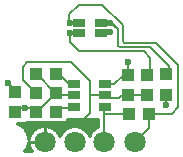
<source format=gbr>
G04 DipTrace 3.2.0.1*
G04 Top.gbr*
%MOIN*%
G04 #@! TF.FileFunction,Copper,L1,Top*
G04 #@! TF.Part,Single*
%AMOUTLINE0*
4,1,4,
-0.021652,-0.011814,
-0.021655,0.011808,
0.021652,0.011814,
0.021655,-0.011808,
-0.021652,-0.011814,
0*%
G04 #@! TA.AperFunction,CopperBalancing*
%ADD10C,0.009843*%
G04 #@! TA.AperFunction,Conductor*
%ADD15C,0.007874*%
G04 #@! TA.AperFunction,CopperBalancing*
%ADD16C,0.011811*%
%ADD21R,0.03937X0.043307*%
%ADD22R,0.043307X0.03937*%
%ADD23R,0.03937X0.025591*%
G04 #@! TA.AperFunction,ComponentPad*
%ADD25C,0.070866*%
G04 #@! TA.AperFunction,ViaPad*
%ADD26C,0.023622*%
%ADD39OUTLINE0*%
%FSLAX26Y26*%
G04*
G70*
G90*
G75*
G01*
G04 Top*
%LPD*%
X-54336Y-186626D2*
D15*
X-113780D1*
Y-177165D1*
X-176772Y-240157D1*
X-181102D1*
X-113780Y-177165D2*
X-115327D1*
X-177925Y-114567D1*
X-179921D1*
X252756Y-218110D2*
Y-183465D1*
X252362D1*
X-215748Y-229528D2*
X-191732D1*
X-181102Y-240157D1*
X-215748Y-229528D2*
X-237008D1*
X-248031Y-240551D1*
X-112992Y-114567D2*
X-102756D1*
X-68098Y-149224D1*
X-54340D1*
X-114173Y-240157D2*
Y-228740D1*
X-59043D1*
X-54331Y-224028D1*
X68110Y23622D2*
X36417D1*
X35433Y22638D1*
X-66535Y56299D2*
X-35630D1*
X-35433Y56102D1*
X198031Y-246850D2*
Y-294488D1*
X150000Y-342520D1*
X198031Y-246850D2*
X272441D1*
X293307Y-225984D1*
Y-83858D1*
X219685Y-10236D1*
X114961D1*
X110236Y-5512D1*
Y46850D1*
X41339Y115748D1*
X-37008D1*
X-68110Y84646D1*
Y54724D1*
X-66535Y56299D1*
X51963Y-186614D2*
Y-193307D1*
X97638D1*
X106693Y-184252D1*
X126772D1*
X189370D1*
X-180709Y-177165D2*
X-222835Y-135039D1*
Y-90157D1*
X-208661Y-75984D1*
X-62598D1*
X-787Y-137795D1*
Y-186614D1*
Y-244488D1*
X-39764Y-283465D1*
X-137402D1*
X-150000Y-296063D1*
Y-342520D1*
X51963Y-186614D2*
X-787D1*
X189370Y-117323D2*
X182677D1*
X201575Y-98425D1*
Y-61417D1*
X179528Y-39370D1*
X-34646D1*
X-65748Y-8268D1*
Y22047D1*
X-36024D1*
X-35433Y22638D1*
X-66142Y23228D2*
X-65748Y22047D1*
X51959Y-149213D2*
X80315D1*
X112205Y-117323D1*
X126772D1*
X136220D1*
X126378Y-107480D1*
Y-76378D1*
X252362Y-116535D2*
X262992D1*
Y-88189D1*
X200394Y-25591D1*
X99213D1*
X94094Y-20472D1*
Y34646D1*
X74016Y54724D1*
X36811D1*
X35433Y56102D1*
X67717Y55906D2*
X94094Y34646D1*
X-273228Y-144882D2*
X-272441D1*
X-258268Y-159055D1*
Y-163386D1*
X-248031Y-173622D1*
X51969Y-224016D2*
X62205D1*
Y-219291D1*
X54724D1*
X48425Y-225591D1*
Y-246850D1*
Y-340945D1*
X131102Y-246850D2*
X48425D1*
D26*
X-66535Y56299D3*
X68110Y23622D3*
X126378Y-76378D3*
X-273228Y-144882D3*
X252756Y-218110D3*
X-215748Y-229528D3*
X-66142Y23228D3*
X67717Y55906D3*
X-73157Y-267323D2*
D16*
X25129D1*
X-208984Y-279003D2*
X25129D1*
X-221348Y-290682D2*
X-164909D1*
X-135096D2*
X-64908D1*
X-35094D2*
X25129D1*
X-211406Y-302362D2*
X-186709D1*
X-113295D2*
X-86707D1*
X-13294D2*
X9996D1*
X-205454Y-314042D2*
X-196636D1*
X-103377D2*
X-96633D1*
X-213621Y-372441D2*
X-195682D1*
X-203505Y-346037D2*
X-204315Y-350104D1*
X-205618Y-354724D1*
X-207280Y-359230D1*
X-209290Y-363591D1*
X-211636Y-367780D1*
X-215454Y-373231D1*
X-193996Y-373175D1*
X-197098Y-368154D1*
X-199630Y-362822D1*
X-201560Y-357243D1*
X-202867Y-351487D1*
X-203497Y-346123D1*
X-238077Y-280387D2*
X-231827Y-283684D1*
X-227833Y-286352D1*
X-224063Y-289324D1*
X-220537Y-292584D1*
X-217277Y-296110D1*
X-214304Y-299881D1*
X-211636Y-303874D1*
X-209290Y-308063D1*
X-207280Y-312424D1*
X-205618Y-316929D1*
X-204315Y-321550D1*
X-203378Y-326260D1*
X-202741Y-332846D1*
X-201314Y-326954D1*
X-199291Y-321408D1*
X-196672Y-316118D1*
X-193488Y-311148D1*
X-189777Y-306559D1*
X-185583Y-302406D1*
X-180958Y-298738D1*
X-175959Y-295600D1*
X-170644Y-293031D1*
X-165080Y-291062D1*
X-159333Y-289717D1*
X-153472Y-289010D1*
X-147571Y-288953D1*
X-141698Y-289545D1*
X-135925Y-290778D1*
X-130324Y-292638D1*
X-124961Y-295102D1*
X-119900Y-298142D1*
X-115206Y-301719D1*
X-110932Y-305790D1*
X-107133Y-310307D1*
X-103852Y-315214D1*
X-101130Y-320451D1*
X-100000Y-323155D1*
X-97778Y-318176D1*
X-95720Y-314503D1*
X-93381Y-311001D1*
X-90774Y-307696D1*
X-87916Y-304604D1*
X-84824Y-301745D1*
X-81518Y-299139D1*
X-78017Y-296799D1*
X-74344Y-294741D1*
X-70520Y-292979D1*
X-66570Y-291522D1*
X-62518Y-290379D1*
X-58388Y-289558D1*
X-54207Y-289063D1*
X-50000Y-288898D1*
X-45793Y-289063D1*
X-41612Y-289558D1*
X-37482Y-290379D1*
X-33430Y-291522D1*
X-29480Y-292979D1*
X-25656Y-294741D1*
X-21983Y-296799D1*
X-18482Y-299139D1*
X-15176Y-301745D1*
X-12084Y-304604D1*
X-9226Y-307696D1*
X-6619Y-311001D1*
X-4280Y-314503D1*
X-1155Y-320491D1*
X647Y-316601D1*
X2705Y-312928D1*
X5045Y-309427D1*
X7651Y-306121D1*
X10509Y-303029D1*
X13601Y-300171D1*
X16907Y-297564D1*
X20408Y-295224D1*
X26307Y-292142D1*
X26299Y-267196D1*
X-74340Y-266874D1*
X-74331Y-278031D1*
X-210165D1*
X-210157Y-280394D1*
X-237955D1*
X-150000Y-288921D2*
D10*
Y-342520D1*
X-203598D2*
X-150000D1*
D21*
X126772Y-184252D3*
Y-117323D3*
D22*
X-180709Y-177165D3*
X-113780D3*
D23*
X-35433Y56102D3*
X35433D3*
X-35433Y22638D3*
X35433D3*
D21*
X252362Y-116535D3*
Y-183465D3*
X189370Y-184252D3*
Y-117323D3*
X-248031Y-240551D3*
Y-173622D3*
D22*
X-112992Y-114567D3*
X-179921D3*
X-114173Y-240157D3*
X-181102D3*
X131102Y-246850D3*
X198031D3*
D39*
X51969Y-224016D3*
X51963Y-186614D3*
X51959Y-149213D3*
X-54340Y-149224D3*
X-54336Y-186626D3*
X-54331Y-224028D3*
D25*
X150000Y-342520D3*
X48425Y-340945D3*
X-50000Y-342520D3*
X-150000D3*
M02*

</source>
